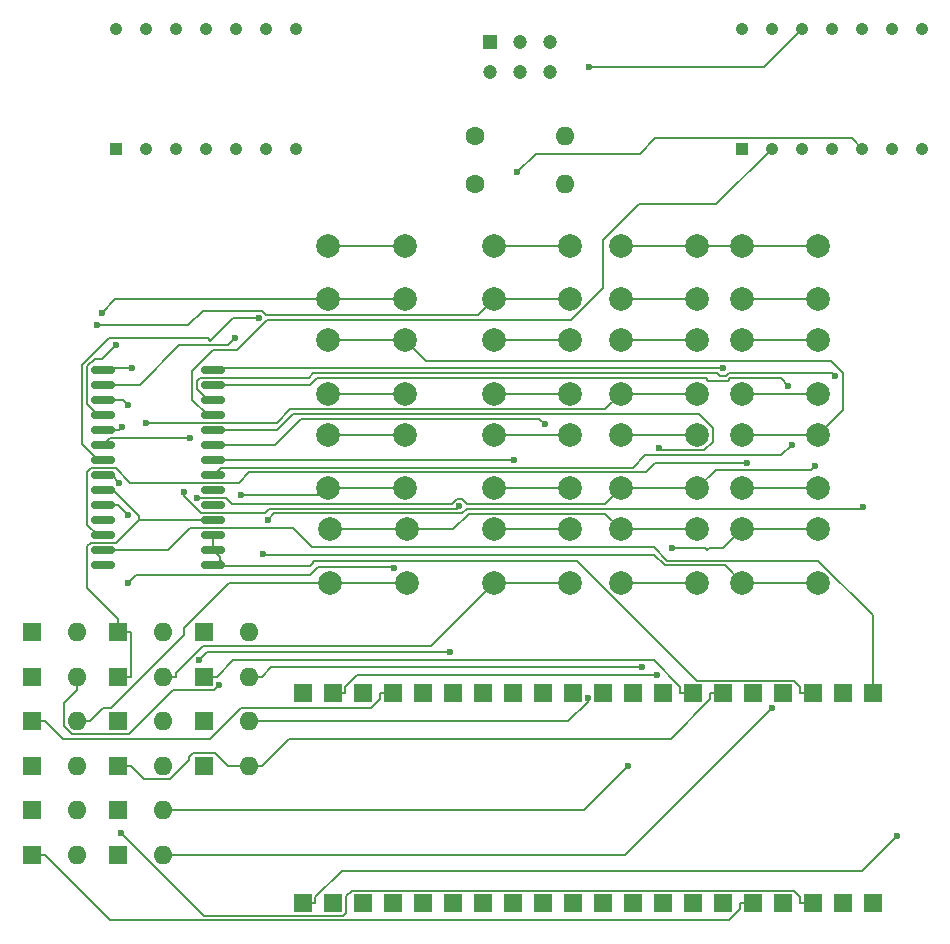
<source format=gbr>
%TF.GenerationSoftware,KiCad,Pcbnew,8.0.8*%
%TF.CreationDate,2025-05-29T15:04:49-04:00*%
%TF.ProjectId,meowwww x3,6d656f77-7777-4772-9078-332e6b696361,rev?*%
%TF.SameCoordinates,Original*%
%TF.FileFunction,Copper,L1,Top*%
%TF.FilePolarity,Positive*%
%FSLAX46Y46*%
G04 Gerber Fmt 4.6, Leading zero omitted, Abs format (unit mm)*
G04 Created by KiCad (PCBNEW 8.0.8) date 2025-05-29 15:04:49*
%MOMM*%
%LPD*%
G01*
G04 APERTURE LIST*
G04 Aperture macros list*
%AMRoundRect*
0 Rectangle with rounded corners*
0 $1 Rounding radius*
0 $2 $3 $4 $5 $6 $7 $8 $9 X,Y pos of 4 corners*
0 Add a 4 corners polygon primitive as box body*
4,1,4,$2,$3,$4,$5,$6,$7,$8,$9,$2,$3,0*
0 Add four circle primitives for the rounded corners*
1,1,$1+$1,$2,$3*
1,1,$1+$1,$4,$5*
1,1,$1+$1,$6,$7*
1,1,$1+$1,$8,$9*
0 Add four rect primitives between the rounded corners*
20,1,$1+$1,$2,$3,$4,$5,0*
20,1,$1+$1,$4,$5,$6,$7,0*
20,1,$1+$1,$6,$7,$8,$9,0*
20,1,$1+$1,$8,$9,$2,$3,0*%
G04 Aperture macros list end*
%TA.AperFunction,ComponentPad*%
%ADD10R,1.508000X1.508000*%
%TD*%
%TA.AperFunction,SMDPad,CuDef*%
%ADD11RoundRect,0.150000X-0.875000X-0.150000X0.875000X-0.150000X0.875000X0.150000X-0.875000X0.150000X0*%
%TD*%
%TA.AperFunction,ComponentPad*%
%ADD12C,2.000000*%
%TD*%
%TA.AperFunction,ComponentPad*%
%ADD13R,1.200000X1.200000*%
%TD*%
%TA.AperFunction,ComponentPad*%
%ADD14C,1.200000*%
%TD*%
%TA.AperFunction,ComponentPad*%
%ADD15C,1.600000*%
%TD*%
%TA.AperFunction,ComponentPad*%
%ADD16O,1.600000X1.600000*%
%TD*%
%TA.AperFunction,ComponentPad*%
%ADD17R,1.050000X1.050000*%
%TD*%
%TA.AperFunction,ComponentPad*%
%ADD18C,1.050000*%
%TD*%
%TA.AperFunction,ComponentPad*%
%ADD19R,1.600000X1.600000*%
%TD*%
%TA.AperFunction,ViaPad*%
%ADD20C,0.600000*%
%TD*%
%TA.AperFunction,Conductor*%
%ADD21C,0.200000*%
%TD*%
G04 APERTURE END LIST*
D10*
%TO.P,U4,GP0,GP0*%
%TO.N,Net-(U1-SDA)*%
X129360000Y-80110000D03*
%TO.P,U4,GP1,GP1*%
%TO.N,Net-(U1-SCK)*%
X126820000Y-80110000D03*
%TO.P,U4,GND4,GND4*%
%TO.N,Net-(U1-A0)*%
X124280000Y-80110000D03*
%TO.P,U4,GP2,GP2*%
%TO.N,unconnected-(U4-PadGP2)*%
X121740000Y-80110000D03*
%TO.P,U4,GP3,GP3*%
%TO.N,ro2*%
X119200000Y-80110000D03*
%TO.P,U4,GP4,GP4*%
%TO.N,ro3*%
X116660000Y-80110000D03*
%TO.P,U4,GP5,GP5*%
%TO.N,ro4*%
X114120000Y-80110000D03*
%TO.P,U4,GND5,GND5*%
%TO.N,unconnected-(U4-PadGND5)*%
X111580000Y-80110000D03*
%TO.P,U4,GP6,GP6*%
%TO.N,col1*%
X109040000Y-80110000D03*
%TO.P,U4,GP7,GP7*%
%TO.N,col2*%
X106500000Y-80110000D03*
%TO.P,U4,GP8,GP8*%
%TO.N,col3*%
X103960000Y-80110000D03*
%TO.P,U4,GP9,GP9*%
%TO.N,col4*%
X101420000Y-80110000D03*
%TO.P,U4,GND6,GND6*%
%TO.N,eee*%
X98880000Y-80110000D03*
%TO.P,U4,GP10,GP10*%
%TO.N,meow*%
X96340000Y-80110000D03*
%TO.P,U4,GP11,GP11*%
%TO.N,one*%
X93800000Y-80110000D03*
%TO.P,U4,GP12,GP12*%
%TO.N,two*%
X91260000Y-80110000D03*
%TO.P,U4,GP13,GP13*%
%TO.N,ro1*%
X88720000Y-80110000D03*
%TO.P,U4,GND7,GND7*%
%TO.N,unconnected-(U4-PadGND7)*%
X86180000Y-80110000D03*
%TO.P,U4,GP14,GP14*%
%TO.N,Net-(DS2-Pad11)*%
X83640000Y-80110000D03*
%TO.P,U4,GP15,GP15*%
%TO.N,Net-(DS2-Pad10)*%
X81100000Y-80110000D03*
%TO.P,U4,VBUS,VBUS*%
%TO.N,unconnected-(U4-PadVBUS)*%
X129360000Y-97890000D03*
%TO.P,U4,VSYS,VSYS*%
%TO.N,unconnected-(U4-PadVSYS)*%
X126820000Y-97890000D03*
%TO.P,U4,GND,GND*%
%TO.N,Net-(U1-VSS)*%
X124280000Y-97890000D03*
%TO.P,U4,3V3_EN,3V3_EN*%
%TO.N,unconnected-(U4-Pad3V3_EN)*%
X121740000Y-97890000D03*
%TO.P,U4,3V3,3V3*%
%TO.N,ro2*%
X119200000Y-97890000D03*
%TO.P,U4,ADC_VREF,ADC_VREF*%
%TO.N,unconnected-(U4-PadADC_VREF)*%
X116660000Y-97890000D03*
%TO.P,U4,GP28_A2,GP28_A2*%
%TO.N,unconnected-(U4-PadGP28_A2)*%
X114120000Y-97890000D03*
%TO.P,U4,AGND,AGND*%
%TO.N,unconnected-(U4-PadAGND)*%
X111580000Y-97890000D03*
%TO.P,U4,GP27_A1,GP27_A1*%
%TO.N,unconnected-(U4-PadGP27_A1)*%
X109040000Y-97890000D03*
%TO.P,U4,GP26_A0,GP26_A0*%
%TO.N,Net-(DS2-Pad14)*%
X106500000Y-97890000D03*
%TO.P,U4,RUN,RUN*%
%TO.N,unconnected-(U4-PadRUN)*%
X103960000Y-97890000D03*
%TO.P,U4,GP22,GP22*%
%TO.N,Net-(DS1-Pad8)*%
X101420000Y-97890000D03*
%TO.P,U4,GND2,GND2*%
%TO.N,unconnected-(U4-PadGND2)*%
X98880000Y-97890000D03*
%TO.P,U4,GP21,GP21*%
%TO.N,Net-(DS1-Pad6)*%
X96340000Y-97890000D03*
%TO.P,U4,GP20,GP20*%
%TO.N,Net-(DS1-Pad10)*%
X93800000Y-97890000D03*
%TO.P,U4,GP19,GP19*%
%TO.N,Net-(DS1-Pad11)*%
X91260000Y-97890000D03*
%TO.P,U4,GP18,GP18*%
%TO.N,Net-(DS1-Pad14)*%
X88720000Y-97890000D03*
%TO.P,U4,GND3,GND3*%
%TO.N,unconnected-(U4-PadGND3)*%
X86180000Y-97890000D03*
%TO.P,U4,GP17,GP17*%
%TO.N,ro4*%
X83640000Y-97890000D03*
%TO.P,U4,GP16,GP16*%
%TO.N,Net-(DS2-Pad8)*%
X81100000Y-97890000D03*
%TD*%
D11*
%TO.P,U1,1,GPB0*%
%TO.N,Net-(U1-GPB0)*%
X64200000Y-52760000D03*
%TO.P,U1,2,GPB1*%
%TO.N,Net-(U1-GPB1)*%
X64200000Y-54030000D03*
%TO.P,U1,3,GPB2*%
%TO.N,Net-(U1-GPB2)*%
X64200000Y-55300000D03*
%TO.P,U1,4,GPB3*%
%TO.N,Net-(U1-GPB3)*%
X64200000Y-56570000D03*
%TO.P,U1,5,GPB4*%
%TO.N,Net-(U1-GPB4)*%
X64200000Y-57840000D03*
%TO.P,U1,6,GPB5*%
%TO.N,Net-(U1-GPB5)*%
X64200000Y-59110000D03*
%TO.P,U1,7,GPB6*%
%TO.N,Net-(U1-GPB6)*%
X64200000Y-60380000D03*
%TO.P,U1,8,GPB7*%
%TO.N,Net-(U1-GPB7)*%
X64200000Y-61650000D03*
%TO.P,U1,9,VDD*%
%TO.N,ro2*%
X64200000Y-62920000D03*
%TO.P,U1,10,VSS*%
%TO.N,Net-(U1-VSS)*%
X64200000Y-64190000D03*
%TO.P,U1,11,NC*%
%TO.N,unconnected-(U1-NC-Pad11)*%
X64200000Y-65460000D03*
%TO.P,U1,12,SCK*%
%TO.N,Net-(U1-SCK)*%
X64200000Y-66730000D03*
%TO.P,U1,13,SDA*%
%TO.N,Net-(U1-SDA)*%
X64200000Y-68000000D03*
%TO.P,U1,14,NC*%
%TO.N,unconnected-(U1-NC-Pad14)*%
X64200000Y-69270000D03*
%TO.P,U1,15,A0*%
%TO.N,Net-(U1-A0)*%
X73500000Y-69270000D03*
%TO.P,U1,16,A1*%
X73500000Y-68000000D03*
%TO.P,U1,17,A2*%
X73500000Y-66730000D03*
%TO.P,U1,18,~{RESET}*%
%TO.N,ro2*%
X73500000Y-65460000D03*
%TO.P,U1,19,INTB*%
%TO.N,unconnected-(U1-INTB-Pad19)*%
X73500000Y-64190000D03*
%TO.P,U1,20,INTA*%
%TO.N,unconnected-(U1-INTA-Pad20)*%
X73500000Y-62920000D03*
%TO.P,U1,21,GPA0*%
%TO.N,Net-(U1-GPA0)*%
X73500000Y-61650000D03*
%TO.P,U1,22,GPA1*%
%TO.N,Net-(U1-GPA1)*%
X73500000Y-60380000D03*
%TO.P,U1,23,GPA2*%
%TO.N,Net-(U1-GPA2)*%
X73500000Y-59110000D03*
%TO.P,U1,24,GPA3*%
%TO.N,Net-(U1-GPA3)*%
X73500000Y-57840000D03*
%TO.P,U1,25,GPA4*%
%TO.N,Net-(U1-GPA4)*%
X73500000Y-56570000D03*
%TO.P,U1,26,GPA5*%
%TO.N,Net-(U1-GPA5)*%
X73500000Y-55300000D03*
%TO.P,U1,27,GPA6*%
%TO.N,Net-(U1-GPA6)*%
X73500000Y-54030000D03*
%TO.P,U1,28,GPA7*%
%TO.N,Net-(U1-GPA7)*%
X73500000Y-52760000D03*
%TD*%
D12*
%TO.P,SW17,1,1*%
%TO.N,col1*%
X118250000Y-66250000D03*
X124750000Y-66250000D03*
%TO.P,SW17,2,2*%
%TO.N,Net-(D13-A)*%
X118250000Y-70750000D03*
X124750000Y-70750000D03*
%TD*%
%TO.P,SW16,1,1*%
%TO.N,col1*%
X118250000Y-58250000D03*
X124750000Y-58250000D03*
%TO.P,SW16,2,2*%
%TO.N,Net-(D12-A)*%
X118250000Y-62750000D03*
X124750000Y-62750000D03*
%TD*%
%TO.P,SW15,1,1*%
%TO.N,col4*%
X118250000Y-50250000D03*
X124750000Y-50250000D03*
%TO.P,SW15,2,2*%
%TO.N,ro3*%
X118250000Y-54750000D03*
X124750000Y-54750000D03*
%TD*%
%TO.P,SW14,1,1*%
%TO.N,col2*%
X118250000Y-42250000D03*
X124750000Y-42250000D03*
%TO.P,SW14,2,2*%
%TO.N,Net-(D14-A)*%
X118250000Y-46750000D03*
X124750000Y-46750000D03*
%TD*%
%TO.P,SW13,1,1*%
%TO.N,col3*%
X108000000Y-66250000D03*
X114500000Y-66250000D03*
%TO.P,SW13,2,2*%
%TO.N,Net-(D15-A)*%
X108000000Y-70750000D03*
X114500000Y-70750000D03*
%TD*%
%TO.P,SW12,1,1*%
%TO.N,col4*%
X108000000Y-58250000D03*
X114500000Y-58250000D03*
%TO.P,SW12,2,2*%
%TO.N,Net-(D9-A)*%
X108000000Y-62750000D03*
X114500000Y-62750000D03*
%TD*%
%TO.P,SW11,1,1*%
%TO.N,col3*%
X108000000Y-50250000D03*
X114500000Y-50250000D03*
%TO.P,SW11,2,2*%
%TO.N,Net-(D10-A)*%
X108000000Y-54750000D03*
X114500000Y-54750000D03*
%TD*%
%TO.P,SW10,1,1*%
%TO.N,col2*%
X108000000Y-42250000D03*
X114500000Y-42250000D03*
%TO.P,SW10,2,2*%
%TO.N,Net-(D11-A)*%
X108000000Y-46750000D03*
X114500000Y-46750000D03*
%TD*%
%TO.P,SW9,1,1*%
%TO.N,col4*%
X97250000Y-66250000D03*
X103750000Y-66250000D03*
%TO.P,SW9,2,2*%
%TO.N,Net-(D8-A)*%
X97250000Y-70750000D03*
X103750000Y-70750000D03*
%TD*%
%TO.P,SW8,1,1*%
%TO.N,col3*%
X97250000Y-58250000D03*
X103750000Y-58250000D03*
%TO.P,SW8,2,2*%
%TO.N,Net-(D7-A)*%
X97250000Y-62750000D03*
X103750000Y-62750000D03*
%TD*%
%TO.P,SW7,1,1*%
%TO.N,col2*%
X97250000Y-50250000D03*
X103750000Y-50250000D03*
%TO.P,SW7,2,2*%
%TO.N,Net-(D6-A)*%
X97250000Y-54750000D03*
X103750000Y-54750000D03*
%TD*%
%TO.P,SW6,1,1*%
%TO.N,col4*%
X97250000Y-42250000D03*
X103750000Y-42250000D03*
%TO.P,SW6,2,2*%
%TO.N,Net-(D4-A)*%
X97250000Y-46750000D03*
X103750000Y-46750000D03*
%TD*%
%TO.P,SW5,1,1*%
%TO.N,col3*%
X83380000Y-66250000D03*
X89880000Y-66250000D03*
%TO.P,SW5,2,2*%
%TO.N,Net-(D3-A)*%
X83380000Y-70750000D03*
X89880000Y-70750000D03*
%TD*%
%TO.P,SW4,1,1*%
%TO.N,col2*%
X83250000Y-58250000D03*
X89750000Y-58250000D03*
%TO.P,SW4,2,2*%
%TO.N,Net-(D2-A)*%
X83250000Y-62750000D03*
X89750000Y-62750000D03*
%TD*%
%TO.P,SW3,1,1*%
%TO.N,col1*%
X83250000Y-50250000D03*
X89750000Y-50250000D03*
%TO.P,SW3,2,2*%
%TO.N,Net-(D5-A)*%
X83250000Y-54750000D03*
X89750000Y-54750000D03*
%TD*%
%TO.P,SW2,1,1*%
%TO.N,col1*%
X83250000Y-42250000D03*
X89750000Y-42250000D03*
%TO.P,SW2,2,2*%
%TO.N,Net-(D1-A)*%
X83250000Y-46750000D03*
X89750000Y-46750000D03*
%TD*%
D13*
%TO.P,SW1,1,A*%
%TO.N,meow*%
X96920000Y-24960000D03*
D14*
%TO.P,SW1,2,B*%
%TO.N,eee*%
X99460000Y-24960000D03*
%TO.P,SW1,3,C*%
%TO.N,unconnected-(SW1-C-Pad3)*%
X102000000Y-24960000D03*
%TO.P,SW1,4,KR*%
%TO.N,Net-(SW1-KR)*%
X96920000Y-27500000D03*
%TO.P,SW1,5,A*%
%TO.N,unconnected-(SW1-A-Pad5)*%
X99460000Y-27500000D03*
%TO.P,SW1,6,KG*%
%TO.N,Net-(SW1-KG)*%
X102000000Y-27500000D03*
%TD*%
D15*
%TO.P,R2,1*%
%TO.N,Net-(SW1-KG)*%
X95690000Y-37000000D03*
D16*
%TO.P,R2,2*%
%TO.N,two*%
X103310000Y-37000000D03*
%TD*%
D15*
%TO.P,R1,1*%
%TO.N,Net-(SW1-KR)*%
X95690000Y-32950000D03*
D16*
%TO.P,R1,2*%
%TO.N,one*%
X103310000Y-32950000D03*
%TD*%
D17*
%TO.P,DS2,1*%
%TO.N,Net-(U1-GPA3)*%
X118260000Y-34000000D03*
D18*
%TO.P,DS2,2*%
%TO.N,Net-(U1-GPA4)*%
X120800000Y-34000000D03*
%TO.P,DS2,3*%
%TO.N,Net-(U1-GPA0)*%
X123340000Y-34000000D03*
%TO.P,DS2,4*%
%TO.N,Net-(U1-GPA5)*%
X125880000Y-34000000D03*
%TO.P,DS2,5*%
%TO.N,Net-(U1-GPA1)*%
X128420000Y-34000000D03*
%TO.P,DS2,6*%
%TO.N,Net-(D9-A)*%
X130960000Y-34000000D03*
%TO.P,DS2,8*%
%TO.N,Net-(DS2-Pad8)*%
X133500000Y-23840000D03*
%TO.P,DS2,9*%
%TO.N,Net-(U1-GPA6)*%
X130960000Y-23840000D03*
%TO.P,DS2,10*%
%TO.N,Net-(DS2-Pad10)*%
X128420000Y-23840000D03*
%TO.P,DS2,11*%
%TO.N,Net-(DS2-Pad11)*%
X125880000Y-23840000D03*
%TO.P,DS2,12*%
%TO.N,Net-(U1-GPA2)*%
X123340000Y-23840000D03*
%TO.P,DS2,13*%
%TO.N,Net-(U1-GPA7)*%
X120800000Y-23840000D03*
%TO.P,DS2,14*%
%TO.N,Net-(DS2-Pad14)*%
X118260000Y-23840000D03*
%TO.P,DS2,7*%
%TO.N,N/C*%
X133500000Y-34000000D03*
%TD*%
D17*
%TO.P,DS1,1*%
%TO.N,Net-(U1-GPB3)*%
X65260000Y-34000000D03*
D18*
%TO.P,DS1,2*%
%TO.N,Net-(U1-GPB4)*%
X67800000Y-34000000D03*
%TO.P,DS1,3*%
%TO.N,Net-(U1-GPB0)*%
X70340000Y-34000000D03*
%TO.P,DS1,4*%
%TO.N,Net-(U1-GPB5)*%
X72880000Y-34000000D03*
%TO.P,DS1,5*%
%TO.N,Net-(U1-GPB1)*%
X75420000Y-34000000D03*
%TO.P,DS1,6*%
%TO.N,Net-(DS1-Pad6)*%
X77960000Y-34000000D03*
%TO.P,DS1,8*%
%TO.N,Net-(DS1-Pad8)*%
X80500000Y-23840000D03*
%TO.P,DS1,9*%
%TO.N,Net-(U1-GPB6)*%
X77960000Y-23840000D03*
%TO.P,DS1,10*%
%TO.N,Net-(DS1-Pad10)*%
X75420000Y-23840000D03*
%TO.P,DS1,11*%
%TO.N,Net-(DS1-Pad11)*%
X72880000Y-23840000D03*
%TO.P,DS1,12*%
%TO.N,Net-(U1-GPB2)*%
X70340000Y-23840000D03*
%TO.P,DS1,13*%
%TO.N,Net-(U1-GPB7)*%
X67800000Y-23840000D03*
%TO.P,DS1,14*%
%TO.N,Net-(DS1-Pad14)*%
X65260000Y-23840000D03*
%TO.P,DS1,7*%
%TO.N,N/C*%
X80500000Y-34000000D03*
%TD*%
D19*
%TO.P,D16,1,K*%
%TO.N,ro4*%
X72710700Y-86272700D03*
D16*
%TO.P,D16,2,A*%
%TO.N,ro3*%
X76520700Y-86272700D03*
%TD*%
D19*
%TO.P,D15,1,K*%
%TO.N,ro4*%
X72710700Y-82500000D03*
D16*
%TO.P,D15,2,A*%
%TO.N,Net-(D15-A)*%
X76520700Y-82500000D03*
%TD*%
D19*
%TO.P,D14,1,K*%
%TO.N,ro4*%
X72710700Y-78727300D03*
D16*
%TO.P,D14,2,A*%
%TO.N,Net-(D14-A)*%
X76520700Y-78727300D03*
%TD*%
D19*
%TO.P,D13,1,K*%
%TO.N,ro4*%
X72710700Y-74954500D03*
D16*
%TO.P,D13,2,A*%
%TO.N,Net-(D13-A)*%
X76520700Y-74954500D03*
%TD*%
D19*
%TO.P,D12,1,K*%
%TO.N,ro3*%
X65439300Y-93818200D03*
D16*
%TO.P,D12,2,A*%
%TO.N,Net-(D12-A)*%
X69249300Y-93818200D03*
%TD*%
D19*
%TO.P,D11,1,K*%
%TO.N,ro3*%
X65439300Y-90045500D03*
D16*
%TO.P,D11,2,A*%
%TO.N,Net-(D11-A)*%
X69249300Y-90045500D03*
%TD*%
D19*
%TO.P,D10,1,K*%
%TO.N,ro3*%
X65439300Y-86272700D03*
D16*
%TO.P,D10,2,A*%
%TO.N,Net-(D10-A)*%
X69249300Y-86272700D03*
%TD*%
D19*
%TO.P,D9,1,K*%
%TO.N,ro3*%
X65439300Y-82500000D03*
D16*
%TO.P,D9,2,A*%
%TO.N,Net-(D9-A)*%
X69249300Y-82500000D03*
%TD*%
D19*
%TO.P,D8,1,K*%
%TO.N,ro2*%
X65439300Y-78727300D03*
D16*
%TO.P,D8,2,A*%
%TO.N,Net-(D8-A)*%
X69249300Y-78727300D03*
%TD*%
D19*
%TO.P,D7,1,K*%
%TO.N,ro2*%
X65439300Y-74954500D03*
D16*
%TO.P,D7,2,A*%
%TO.N,Net-(D7-A)*%
X69249300Y-74954500D03*
%TD*%
D19*
%TO.P,D6,1,K*%
%TO.N,ro2*%
X58167900Y-93818200D03*
D16*
%TO.P,D6,2,A*%
%TO.N,Net-(D6-A)*%
X61977900Y-93818200D03*
%TD*%
D19*
%TO.P,D5,1,K*%
%TO.N,ro2*%
X58167900Y-90045500D03*
D16*
%TO.P,D5,2,A*%
%TO.N,Net-(D5-A)*%
X61977900Y-90045500D03*
%TD*%
D19*
%TO.P,D4,1,K*%
%TO.N,ro1*%
X58167900Y-86272700D03*
D16*
%TO.P,D4,2,A*%
%TO.N,Net-(D4-A)*%
X61977900Y-86272700D03*
%TD*%
D19*
%TO.P,D3,1,K*%
%TO.N,ro1*%
X58167900Y-82500000D03*
D16*
%TO.P,D3,2,A*%
%TO.N,Net-(D3-A)*%
X61977900Y-82500000D03*
%TD*%
D19*
%TO.P,D2,1,K*%
%TO.N,ro1*%
X58167900Y-78727300D03*
D16*
%TO.P,D2,2,A*%
%TO.N,Net-(D2-A)*%
X61977900Y-78727300D03*
%TD*%
D19*
%TO.P,D1,1,K*%
%TO.N,ro1*%
X58167900Y-74954500D03*
D16*
%TO.P,D1,2,A*%
%TO.N,Net-(D1-A)*%
X61977900Y-74954500D03*
%TD*%
D20*
%TO.N,Net-(U1-VSS)*%
X66296600Y-65048600D03*
X65719800Y-91931800D03*
%TO.N,Net-(U1-SCK)*%
X118735300Y-60601900D03*
%TO.N,col1*%
X112305900Y-67827300D03*
%TO.N,Net-(DS2-Pad8)*%
X131404500Y-92206700D03*
%TO.N,Net-(U1-GPA2)*%
X101573000Y-57359200D03*
X105292400Y-27078700D03*
%TO.N,Net-(DS2-Pad11)*%
X111067000Y-78616300D03*
%TO.N,Net-(U1-GPA5)*%
X126172500Y-53273300D03*
%TO.N,Net-(U1-GPA1)*%
X99008300Y-60368900D03*
X99261000Y-36003300D03*
%TO.N,Net-(U1-GPA6)*%
X122201300Y-54097100D03*
%TO.N,Net-(DS2-Pad10)*%
X128493200Y-64360600D03*
X78101800Y-65438600D03*
%TO.N,Net-(U1-GPA3)*%
X111244000Y-59377100D03*
%TO.N,Net-(U1-GPA0)*%
X122482500Y-59077400D03*
%TO.N,Net-(U1-GPA7)*%
X116664600Y-52625300D03*
%TO.N,Net-(U1-GPB5)*%
X71517000Y-58547700D03*
%TO.N,Net-(U1-GPB6)*%
X77389400Y-48367500D03*
%TO.N,Net-(U1-GPB4)*%
X65803200Y-57573000D03*
%TO.N,Net-(U1-GPB1)*%
X75333900Y-50063300D03*
%TO.N,Net-(U1-GPB2)*%
X66308500Y-55714500D03*
%TO.N,Net-(U1-GPB7)*%
X65540900Y-62285000D03*
%TO.N,Net-(U1-GPB3)*%
X65253200Y-50658300D03*
%TO.N,Net-(U1-GPB0)*%
X66606500Y-52557300D03*
%TO.N,Net-(D15-A)*%
X105230000Y-80485500D03*
%TO.N,Net-(D14-A)*%
X109838300Y-77931000D03*
%TO.N,Net-(D13-A)*%
X77731500Y-68308700D03*
%TO.N,Net-(D12-A)*%
X120785300Y-81369700D03*
%TO.N,Net-(D11-A)*%
X108612700Y-86303100D03*
%TO.N,Net-(D10-A)*%
X67777200Y-57205000D03*
%TO.N,Net-(D9-A)*%
X72132100Y-63587700D03*
X124439100Y-60899900D03*
%TO.N,Net-(D7-A)*%
X71064600Y-63043000D03*
X94352300Y-64299200D03*
%TO.N,Net-(D6-A)*%
X72277700Y-77336800D03*
X93591400Y-76600500D03*
%TO.N,Net-(D5-A)*%
X66294500Y-70770200D03*
X88777700Y-69547200D03*
%TO.N,Net-(D4-A)*%
X63679300Y-48929900D03*
%TO.N,Net-(D2-A)*%
X74020600Y-79459100D03*
X75843800Y-63327500D03*
%TO.N,Net-(D1-A)*%
X64045300Y-47928200D03*
%TD*%
D21*
%TO.N,Net-(U1-VSS)*%
X65438000Y-64190000D02*
X66296600Y-65048600D01*
X64200000Y-64190000D02*
X65438000Y-64190000D01*
X72733700Y-98945700D02*
X65719800Y-91931800D01*
X84519000Y-98945700D02*
X72733700Y-98945700D01*
X84750000Y-98714700D02*
X84519000Y-98945700D01*
X84750000Y-97307400D02*
X84750000Y-98714700D01*
X85223100Y-96834300D02*
X84750000Y-97307400D01*
X122696500Y-96834300D02*
X85223100Y-96834300D01*
X123224300Y-97362100D02*
X122696500Y-96834300D01*
X123224300Y-97890000D02*
X123224300Y-97362100D01*
X124280000Y-97890000D02*
X123224300Y-97890000D01*
%TO.N,Net-(U1-SCK)*%
X63717700Y-66730000D02*
X64200000Y-66730000D01*
X62830600Y-65842900D02*
X63717700Y-66730000D01*
X62830600Y-61352200D02*
X62830600Y-65842900D01*
X63166300Y-61016500D02*
X62830600Y-61352200D01*
X65231200Y-61016500D02*
X63166300Y-61016500D01*
X66499500Y-62284800D02*
X65231200Y-61016500D01*
X75667100Y-62284800D02*
X66499500Y-62284800D01*
X76533600Y-61418300D02*
X75667100Y-62284800D01*
X110112200Y-61418300D02*
X76533600Y-61418300D01*
X110928600Y-60601900D02*
X110112200Y-61418300D01*
X118735300Y-60601900D02*
X110928600Y-60601900D01*
%TO.N,Net-(U1-A0)*%
X73500000Y-68000000D02*
X73500000Y-66730000D01*
X124280000Y-80110000D02*
X123224300Y-80110000D01*
X73542100Y-69312100D02*
X75535400Y-69312100D01*
X73500000Y-69270000D02*
X73542100Y-69312100D01*
X74045700Y-68545700D02*
X73500000Y-68000000D01*
X74045700Y-68835000D02*
X74045700Y-68545700D01*
X74522800Y-69312100D02*
X74045700Y-68835000D01*
X75535400Y-69312100D02*
X74522800Y-69312100D01*
X81878100Y-69145800D02*
X81713300Y-69310600D01*
X81878100Y-69145800D02*
X81713300Y-69310600D01*
X75536900Y-69310600D02*
X75535400Y-69312100D01*
X81713300Y-69310600D02*
X75536900Y-69310600D01*
X82078400Y-68945500D02*
X81878100Y-69145800D01*
X104333400Y-68945500D02*
X82078400Y-68945500D01*
X114442200Y-79054300D02*
X104333400Y-68945500D01*
X122696500Y-79054300D02*
X114442200Y-79054300D01*
X123224300Y-79582100D02*
X122696500Y-79054300D01*
X123224300Y-80110000D02*
X123224300Y-79582100D01*
%TO.N,Net-(U1-SDA)*%
X69648400Y-68000000D02*
X64200000Y-68000000D01*
X71553400Y-66095000D02*
X69648400Y-68000000D01*
X80235400Y-66095000D02*
X71553400Y-66095000D01*
X81904500Y-67764100D02*
X80235400Y-66095000D01*
X110806900Y-67764100D02*
X81904500Y-67764100D01*
X111939600Y-68896800D02*
X110806900Y-67764100D01*
X124743700Y-68896800D02*
X111939600Y-68896800D01*
X129360000Y-73513100D02*
X124743700Y-68896800D01*
X129360000Y-80110000D02*
X129360000Y-73513100D01*
%TO.N,col4*%
X97250000Y-42250000D02*
X103750000Y-42250000D01*
X103750000Y-66250000D02*
X97250000Y-66250000D01*
X114500000Y-58250000D02*
X108000000Y-58250000D01*
X118250000Y-50250000D02*
X124750000Y-50250000D01*
%TO.N,col3*%
X108000000Y-50250000D02*
X114500000Y-50250000D01*
X108000000Y-66250000D02*
X114500000Y-66250000D01*
X103750000Y-58250000D02*
X97250000Y-58250000D01*
X83380000Y-66250000D02*
X89880000Y-66250000D01*
X106698300Y-64948300D02*
X108000000Y-66250000D01*
X95122100Y-64948300D02*
X106698300Y-64948300D01*
X93820400Y-66250000D02*
X95122100Y-64948300D01*
X89880000Y-66250000D02*
X93820400Y-66250000D01*
%TO.N,col2*%
X118250000Y-42250000D02*
X114500000Y-42250000D01*
X108000000Y-42250000D02*
X114500000Y-42250000D01*
X89750000Y-58250000D02*
X83250000Y-58250000D01*
X103750000Y-50250000D02*
X97250000Y-50250000D01*
X124750000Y-42250000D02*
X118250000Y-42250000D01*
%TO.N,col1*%
X118250000Y-58250000D02*
X124750000Y-58250000D01*
X89750000Y-42250000D02*
X83250000Y-42250000D01*
X83250000Y-50250000D02*
X89750000Y-50250000D01*
X124750000Y-66250000D02*
X118250000Y-66250000D01*
X115177000Y-67827300D02*
X115341700Y-67992000D01*
X112305900Y-67827300D02*
X115177000Y-67827300D01*
X115341700Y-67992000D02*
X115506500Y-67827200D01*
X115341700Y-67992000D02*
X115506500Y-67827200D01*
X116672800Y-67827200D02*
X115506500Y-67827200D01*
X118250000Y-66250000D02*
X116672800Y-67827200D01*
X91522200Y-52022200D02*
X89750000Y-50250000D01*
X125822100Y-52022200D02*
X91522200Y-52022200D01*
X126823900Y-53024000D02*
X125822100Y-52022200D01*
X126823900Y-56176100D02*
X126823900Y-53024000D01*
X124750000Y-58250000D02*
X126823900Y-56176100D01*
%TO.N,Net-(DS2-Pad8)*%
X81100000Y-97890000D02*
X82155700Y-97890000D01*
X82155700Y-97362100D02*
X82155700Y-97890000D01*
X84371200Y-95146600D02*
X82155700Y-97362100D01*
X128464600Y-95146600D02*
X84371200Y-95146600D01*
X131404500Y-92206700D02*
X128464600Y-95146600D01*
X131404500Y-92206700D02*
X128464600Y-95146600D01*
X128464600Y-95146600D02*
X131404500Y-92206700D01*
%TO.N,Net-(U1-GPA2)*%
X120101300Y-27078700D02*
X123340000Y-23840000D01*
X105292400Y-27078700D02*
X120101300Y-27078700D01*
X101106700Y-56892900D02*
X101573000Y-57359200D01*
X80958900Y-56892900D02*
X101106700Y-56892900D01*
X78741800Y-59110000D02*
X80958900Y-56892900D01*
X73500000Y-59110000D02*
X78741800Y-59110000D01*
%TO.N,Net-(DS2-Pad11)*%
X84695700Y-79582100D02*
X84695700Y-80110000D01*
X85661500Y-78616300D02*
X84695700Y-79582100D01*
X111067000Y-78616300D02*
X85661500Y-78616300D01*
X83640000Y-80110000D02*
X84695700Y-80110000D01*
%TO.N,Net-(U1-GPA5)*%
X125892500Y-52993300D02*
X126172500Y-53273300D01*
X117147500Y-52993300D02*
X125892500Y-52993300D01*
X116913800Y-53227000D02*
X117147500Y-52993300D01*
X116376000Y-53227000D02*
X116913800Y-53227000D01*
X116142300Y-52993300D02*
X116376000Y-53227000D01*
X81983500Y-52993300D02*
X116142300Y-52993300D01*
X81583300Y-53393500D02*
X81983500Y-52993300D01*
X72417400Y-53393500D02*
X81583300Y-53393500D01*
X72125000Y-53685900D02*
X72417400Y-53393500D01*
X72125000Y-54364500D02*
X72125000Y-53685900D01*
X73060500Y-55300000D02*
X72125000Y-54364500D01*
X73500000Y-55300000D02*
X73060500Y-55300000D01*
%TO.N,Net-(U1-GPA1)*%
X73511100Y-60368900D02*
X99008300Y-60368900D01*
X73500000Y-60380000D02*
X73511100Y-60368900D01*
X127570900Y-33150900D02*
X128420000Y-34000000D01*
X110939800Y-33150900D02*
X127570900Y-33150900D01*
X109665900Y-34424800D02*
X110939800Y-33150900D01*
X100839500Y-34424800D02*
X109665900Y-34424800D01*
X99261000Y-36003300D02*
X100839500Y-34424800D01*
%TO.N,Net-(U1-GPA4)*%
X73034400Y-56570000D02*
X73500000Y-56570000D01*
X71722000Y-55257600D02*
X73034400Y-56570000D01*
X71722000Y-52856100D02*
X71722000Y-55257600D01*
X73511400Y-51066700D02*
X71722000Y-52856100D01*
X75541100Y-51066700D02*
X73511400Y-51066700D01*
X78061300Y-48546500D02*
X75541100Y-51066700D01*
X103835800Y-48546500D02*
X78061300Y-48546500D01*
X106539400Y-45842900D02*
X103835800Y-48546500D01*
X106539400Y-41741900D02*
X106539400Y-45842900D01*
X109574900Y-38706400D02*
X106539400Y-41741900D01*
X116093600Y-38706400D02*
X109574900Y-38706400D01*
X120800000Y-34000000D02*
X116093600Y-38706400D01*
%TO.N,Net-(U1-GPA6)*%
X121549200Y-53445000D02*
X122201300Y-54097100D01*
X117263800Y-53445000D02*
X121549200Y-53445000D01*
X117066000Y-53642800D02*
X117263800Y-53445000D01*
X115416700Y-53642800D02*
X117066000Y-53642800D01*
X115218900Y-53445000D02*
X115416700Y-53642800D01*
X82288800Y-53445000D02*
X115218900Y-53445000D01*
X81703800Y-54030000D02*
X82288800Y-53445000D01*
X73500000Y-54030000D02*
X81703800Y-54030000D01*
%TO.N,Net-(DS2-Pad10)*%
X128353700Y-64500100D02*
X128493200Y-64360600D01*
X95002200Y-64500100D02*
X128353700Y-64500100D01*
X94954000Y-64548300D02*
X95002200Y-64500100D01*
X94954000Y-64548400D02*
X94954000Y-64548300D01*
X94601500Y-64900900D02*
X94954000Y-64548400D01*
X94519500Y-64900900D02*
X94601500Y-64900900D01*
X94518600Y-64901800D02*
X94519500Y-64900900D01*
X78638600Y-64901800D02*
X94518600Y-64901800D01*
X78101800Y-65438600D02*
X78638600Y-64901800D01*
%TO.N,Net-(U1-GPA3)*%
X111421600Y-59554700D02*
X111244000Y-59377100D01*
X115062600Y-59554700D02*
X111421600Y-59554700D01*
X115809900Y-58807400D02*
X115062600Y-59554700D01*
X115809900Y-57648600D02*
X115809900Y-58807400D01*
X114629800Y-56468500D02*
X115809900Y-57648600D01*
X80268200Y-56468500D02*
X114629800Y-56468500D01*
X78896700Y-57840000D02*
X80268200Y-56468500D01*
X73500000Y-57840000D02*
X78896700Y-57840000D01*
%TO.N,Net-(U1-GPA0)*%
X121571900Y-59988000D02*
X122482500Y-59077400D01*
X110097500Y-59988000D02*
X121571900Y-59988000D01*
X109068900Y-61016600D02*
X110097500Y-59988000D01*
X74133400Y-61016600D02*
X109068900Y-61016600D01*
X73500000Y-61650000D02*
X74133400Y-61016600D01*
%TO.N,Net-(U1-GPA7)*%
X116606100Y-52566800D02*
X116664600Y-52625300D01*
X73693200Y-52566800D02*
X116606100Y-52566800D01*
X73500000Y-52760000D02*
X73693200Y-52566800D01*
%TO.N,Net-(U1-GPB5)*%
X64762300Y-58547700D02*
X64200000Y-59110000D01*
X71517000Y-58547700D02*
X64762300Y-58547700D01*
%TO.N,Net-(U1-GPB6)*%
X75156300Y-48367500D02*
X73626800Y-49897000D01*
X77389400Y-48367500D02*
X75156300Y-48367500D01*
X73626800Y-49897000D02*
X73260500Y-50263300D01*
X73626800Y-49897000D02*
X73260500Y-50263300D01*
X63782500Y-60380000D02*
X64200000Y-60380000D01*
X62413900Y-59011400D02*
X63782500Y-60380000D01*
X62413900Y-52290000D02*
X62413900Y-59011400D01*
X64647300Y-50056600D02*
X62413900Y-52290000D01*
X73053800Y-50056600D02*
X64647300Y-50056600D01*
X73260500Y-50263300D02*
X73053800Y-50056600D01*
%TO.N,Net-(U1-GPB4)*%
X65536200Y-57840000D02*
X65803200Y-57573000D01*
X64200000Y-57840000D02*
X65536200Y-57840000D01*
%TO.N,Net-(U1-GPB1)*%
X67265800Y-54030000D02*
X64200000Y-54030000D01*
X70630800Y-50665000D02*
X67265800Y-54030000D01*
X74732200Y-50665000D02*
X70630800Y-50665000D01*
X75333900Y-50063300D02*
X74732200Y-50665000D01*
%TO.N,Net-(U1-GPB2)*%
X65894000Y-55300000D02*
X64200000Y-55300000D01*
X66308500Y-55714500D02*
X65894000Y-55300000D01*
%TO.N,Net-(U1-GPB7)*%
X64905900Y-61650000D02*
X65540900Y-62285000D01*
X64200000Y-61650000D02*
X64905900Y-61650000D01*
%TO.N,Net-(U1-GPB3)*%
X64098500Y-51813000D02*
X65253200Y-50658300D01*
X63458900Y-51813000D02*
X64098500Y-51813000D01*
X62815600Y-52456300D02*
X63458900Y-51813000D01*
X62815600Y-55661900D02*
X62815600Y-52456300D01*
X63723700Y-56570000D02*
X62815600Y-55661900D01*
X64200000Y-56570000D02*
X63723700Y-56570000D01*
%TO.N,Net-(U1-GPB0)*%
X64402700Y-52557300D02*
X64200000Y-52760000D01*
X66606500Y-52557300D02*
X64402700Y-52557300D01*
%TO.N,Net-(D15-A)*%
X114500000Y-70750000D02*
X108000000Y-70750000D01*
X103554800Y-82500000D02*
X76520700Y-82500000D01*
X105230000Y-80824800D02*
X103554800Y-82500000D01*
X105230000Y-80485500D02*
X105230000Y-80824800D01*
%TO.N,Net-(D14-A)*%
X124750000Y-46750000D02*
X118250000Y-46750000D01*
X78418700Y-77931000D02*
X77622400Y-78727300D01*
X109838300Y-77931000D02*
X78418700Y-77931000D01*
X76520700Y-78727300D02*
X77622400Y-78727300D01*
%TO.N,ro4*%
X114120000Y-80110000D02*
X113064300Y-80110000D01*
X72710700Y-78727300D02*
X73812400Y-78727300D01*
X75210400Y-77329300D02*
X73812400Y-78727300D01*
X110843100Y-77329300D02*
X75210400Y-77329300D01*
X113064300Y-79550500D02*
X110843100Y-77329300D01*
X113064300Y-80110000D02*
X113064300Y-79550500D01*
%TO.N,Net-(D13-A)*%
X124750000Y-70750000D02*
X118250000Y-70750000D01*
X77797600Y-68374800D02*
X77731500Y-68308700D01*
X110849600Y-68374800D02*
X77797600Y-68374800D01*
X111773300Y-69298500D02*
X110849600Y-68374800D01*
X116798500Y-69298500D02*
X111773300Y-69298500D01*
X118250000Y-70750000D02*
X116798500Y-69298500D01*
%TO.N,Net-(D12-A)*%
X118250000Y-62750000D02*
X124750000Y-62750000D01*
X70351000Y-93818100D02*
X70351000Y-93818200D01*
X108336900Y-93818100D02*
X70351000Y-93818100D01*
X120785300Y-81369700D02*
X108336900Y-93818100D01*
X69249300Y-93818200D02*
X70351000Y-93818200D01*
%TO.N,Net-(D11-A)*%
X114500000Y-46750000D02*
X108000000Y-46750000D01*
X104870300Y-90045500D02*
X69249300Y-90045500D01*
X108612700Y-86303100D02*
X104870300Y-90045500D01*
%TO.N,Net-(D10-A)*%
X114500000Y-54750000D02*
X108000000Y-54750000D01*
X78868400Y-57205000D02*
X67777200Y-57205000D01*
X80006600Y-56066800D02*
X78868400Y-57205000D01*
X106683200Y-56066800D02*
X80006600Y-56066800D01*
X108000000Y-54750000D02*
X106683200Y-56066800D01*
%TO.N,ro3*%
X118250000Y-54750000D02*
X124750000Y-54750000D01*
X76520700Y-86272700D02*
X75419000Y-86272700D01*
X65439300Y-86272700D02*
X66541000Y-86272700D01*
X79923700Y-83971400D02*
X77622400Y-86272700D01*
X112270700Y-83971400D02*
X79923700Y-83971400D01*
X115604300Y-80637800D02*
X112270700Y-83971400D01*
X115604300Y-80110000D02*
X115604300Y-80637800D01*
X116660000Y-80110000D02*
X115604300Y-80110000D01*
X76520700Y-86272700D02*
X77622400Y-86272700D01*
X67642700Y-87374400D02*
X66541000Y-86272700D01*
X69814100Y-87374400D02*
X67642700Y-87374400D01*
X71435600Y-85752900D02*
X69814100Y-87374400D01*
X71435600Y-85521100D02*
X71435600Y-85752900D01*
X71785700Y-85171000D02*
X71435600Y-85521100D01*
X73635700Y-85171000D02*
X71785700Y-85171000D01*
X74737300Y-86272600D02*
X73635700Y-85171000D01*
X74737300Y-86272700D02*
X74737300Y-86272600D01*
X75419000Y-86272700D02*
X74737300Y-86272700D01*
%TO.N,Net-(D9-A)*%
X108000000Y-62750000D02*
X114500000Y-62750000D01*
X124123100Y-61215900D02*
X124439100Y-60899900D01*
X116034100Y-61215900D02*
X124123100Y-61215900D01*
X114500000Y-62750000D02*
X116034100Y-61215900D01*
X74562400Y-63587700D02*
X72132100Y-63587700D01*
X75072900Y-64098200D02*
X74562400Y-63587700D01*
X93702500Y-64098200D02*
X75072900Y-64098200D01*
X94103200Y-63697500D02*
X93702500Y-64098200D01*
X94601500Y-63697500D02*
X94103200Y-63697500D01*
X95002300Y-64098300D02*
X94601500Y-63697500D01*
X106651700Y-64098300D02*
X95002300Y-64098300D01*
X108000000Y-62750000D02*
X106651700Y-64098300D01*
%TO.N,Net-(D8-A)*%
X103750000Y-70750000D02*
X97250000Y-70750000D01*
X69249300Y-78727300D02*
X70351000Y-78727300D01*
X70351000Y-78412700D02*
X70351000Y-78727300D01*
X72665500Y-76098200D02*
X70351000Y-78412700D01*
X91901800Y-76098200D02*
X72665500Y-76098200D01*
X97250000Y-70750000D02*
X91901800Y-76098200D01*
%TO.N,Net-(D7-A)*%
X103750000Y-62750000D02*
X97250000Y-62750000D01*
X71064600Y-63453800D02*
X71064600Y-63043000D01*
X72435800Y-64825000D02*
X71064600Y-63453800D01*
X77866700Y-64825000D02*
X72435800Y-64825000D01*
X78191600Y-64500100D02*
X77866700Y-64825000D01*
X94151400Y-64500100D02*
X78191600Y-64500100D01*
X94352300Y-64299200D02*
X94151400Y-64500100D01*
X71064600Y-63043000D02*
X71064600Y-63453800D01*
X71064600Y-63453800D02*
X71064600Y-63043000D01*
%TO.N,Net-(D6-A)*%
X103750000Y-54750000D02*
X97250000Y-54750000D01*
X73014000Y-76600500D02*
X93591400Y-76600500D01*
X72277700Y-77336800D02*
X73014000Y-76600500D01*
%TO.N,ro2*%
X65439300Y-78727300D02*
X66541000Y-78727300D01*
X65439300Y-74954500D02*
X66541000Y-74954500D01*
X66541000Y-74954500D02*
X66541000Y-78727300D01*
X58167900Y-93818200D02*
X59269600Y-93818200D01*
X119200000Y-97890000D02*
X118144300Y-97890000D01*
X67213700Y-65460000D02*
X67198700Y-65445000D01*
X73500000Y-65460000D02*
X67213700Y-65460000D01*
X65439300Y-74954500D02*
X65439300Y-73852800D01*
X62829700Y-71243200D02*
X65439300Y-73852800D01*
X62829700Y-67669200D02*
X62829700Y-71243200D01*
X63133900Y-67365000D02*
X62829700Y-67669200D01*
X65278700Y-67365000D02*
X63133900Y-67365000D01*
X67198700Y-65445000D02*
X65278700Y-67365000D01*
X65018900Y-62920000D02*
X64200000Y-62920000D01*
X67198700Y-65099800D02*
X65018900Y-62920000D01*
X67198700Y-65445000D02*
X67198700Y-65099800D01*
X118144300Y-98417900D02*
X118144300Y-97890000D01*
X117214800Y-99347400D02*
X118144300Y-98417900D01*
X64798800Y-99347400D02*
X117214800Y-99347400D01*
X59269600Y-93818200D02*
X64798800Y-99347400D01*
%TO.N,Net-(D5-A)*%
X89750000Y-54750000D02*
X83250000Y-54750000D01*
X88670700Y-69440200D02*
X88777700Y-69547200D01*
X82351900Y-69440200D02*
X88670700Y-69440200D01*
X81657300Y-70134800D02*
X82351900Y-69440200D01*
X66929900Y-70134800D02*
X81657300Y-70134800D01*
X66294500Y-70770200D02*
X66929900Y-70134800D01*
%TO.N,Net-(D4-A)*%
X103750000Y-46750000D02*
X97250000Y-46750000D01*
X71399800Y-48929900D02*
X63679300Y-48929900D01*
X72607500Y-47722200D02*
X71399800Y-48929900D01*
X77595000Y-47722200D02*
X72607500Y-47722200D01*
X77946500Y-48073700D02*
X77595000Y-47722200D01*
X95926300Y-48073700D02*
X77946500Y-48073700D01*
X97250000Y-46750000D02*
X95926300Y-48073700D01*
%TO.N,Net-(D3-A)*%
X83380000Y-70750000D02*
X89880000Y-70750000D01*
X61977900Y-82500000D02*
X63079600Y-82500000D01*
X74821600Y-70750000D02*
X83380000Y-70750000D01*
X71013600Y-74558000D02*
X74821600Y-70750000D01*
X71013600Y-75210900D02*
X71013600Y-74558000D01*
X64826200Y-81398300D02*
X71013600Y-75210900D01*
X64181300Y-81398300D02*
X64826200Y-81398300D01*
X63079600Y-82500000D02*
X64181300Y-81398300D01*
%TO.N,Net-(D2-A)*%
X89750000Y-62750000D02*
X83250000Y-62750000D01*
X82672500Y-63327500D02*
X83250000Y-62750000D01*
X75843800Y-63327500D02*
X82672500Y-63327500D01*
X61977900Y-78727300D02*
X61977900Y-79829000D01*
X73598500Y-79881200D02*
X74020600Y-79459100D01*
X70084800Y-79881200D02*
X73598500Y-79881200D01*
X66364300Y-83601700D02*
X70084800Y-79881200D01*
X61521500Y-83601700D02*
X66364300Y-83601700D01*
X60854500Y-82934700D02*
X61521500Y-83601700D01*
X60854500Y-80952400D02*
X60854500Y-82934700D01*
X61977900Y-79829000D02*
X60854500Y-80952400D01*
%TO.N,Net-(D1-A)*%
X89750000Y-46750000D02*
X83250000Y-46750000D01*
X65223500Y-46750000D02*
X83250000Y-46750000D01*
X64045300Y-47928200D02*
X65223500Y-46750000D01*
%TO.N,ro1*%
X88720000Y-80110000D02*
X87664300Y-80110000D01*
X58167900Y-82500000D02*
X59269600Y-82500000D01*
X87664300Y-80637900D02*
X87664300Y-80110000D01*
X86903900Y-81398300D02*
X87664300Y-80637900D01*
X75839000Y-81398300D02*
X86903900Y-81398300D01*
X75839000Y-81398400D02*
X75839000Y-81398300D01*
X73234000Y-84003400D02*
X75839000Y-81398400D01*
X60773000Y-84003400D02*
X73234000Y-84003400D01*
X59269600Y-82500000D02*
X60773000Y-84003400D01*
%TD*%
M02*

</source>
